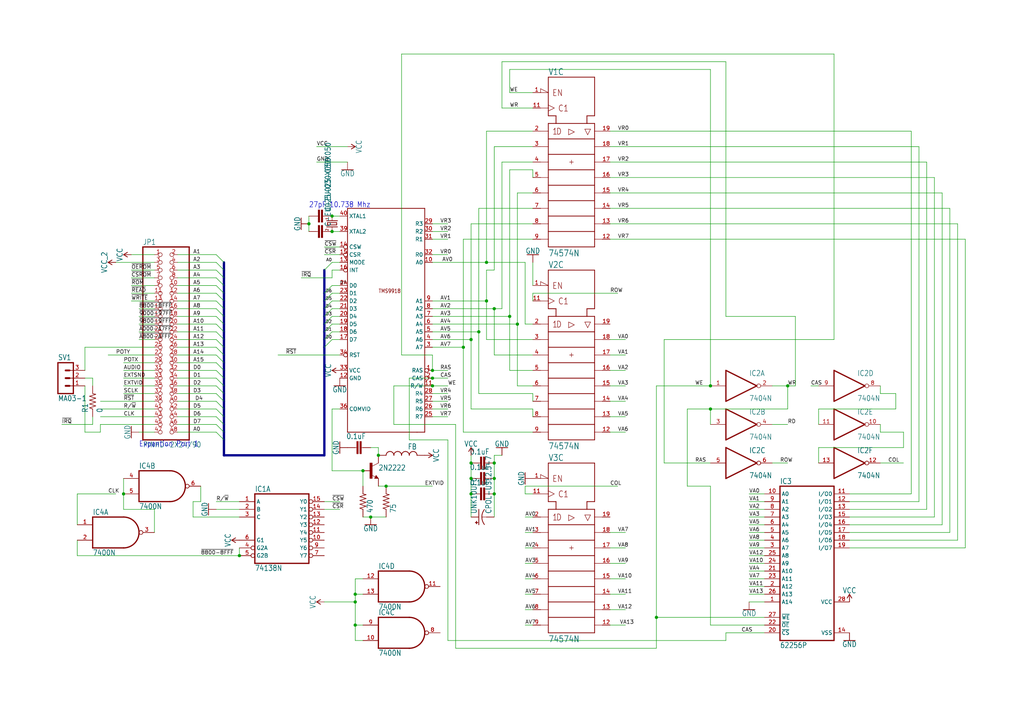
<source format=kicad_sch>
(kicad_sch (version 20231120) (generator "eeschema") (generator_version "8.0")
  (paper "User" 336.829 236.703)
  (junction (at 154.94 157.48))
  (junction (at 157.48 109.22))
  (junction (at 116.84 195.58))
  (junction (at 116.84 205.74))
  (junction (at 40.64 162.56))
  (junction (at 127 160.02))
  (junction (at 170.18 106.68))
  (junction (at 142.24 124.46))
  (junction (at 154.94 162.56))
  (junction (at 154.94 111.76))
  (junction (at 109.22 76.2))
  (junction (at 233.68 134.62))
  (junction (at 142.24 127))
  (junction (at 109.22 71.12))
  (junction (at 101.6 73.66))
  (junction (at 152.4 114.3))
  (junction (at 259.08 127))
  (junction (at 233.68 127))
  (junction (at 160.02 99.06))
  (junction (at 116.84 198.12))
  (junction (at 78.74 182.88))
  (junction (at 142.24 121.92))
  (junction (at 160.02 86.36))
  (junction (at 119.38 154.94))
  (junction (at 167.64 104.14))
  (junction (at 154.94 152.4))
  (junction (at 162.56 152.4))
  (junction (at 162.56 157.48))
  (junction (at 162.56 162.56))
  (junction (at 162.56 101.6))
  (junction (at 121.92 170.18))
  (junction (at 124.46 149.86))
  (junction (at 215.9 203.2))
  (bus_entry (at 71.12 101.6) (size 2.54 2.54))
  (bus_entry (at 109.22 104.14) (size -2.54 2.54))
  (bus_entry (at 109.22 111.76) (size -2.54 2.54))
  (bus_entry (at 71.12 83.82) (size 2.54 2.54))
  (bus_entry (at 71.12 129.54) (size 2.54 2.54))
  (bus_entry (at 109.22 101.6) (size -2.54 2.54))
  (bus_entry (at 71.12 88.9) (size 2.54 2.54))
  (bus_entry (at 71.12 96.52) (size 2.54 2.54))
  (bus_entry (at 109.22 93.98) (size -2.54 2.54))
  (bus_entry (at 71.12 86.36) (size 2.54 2.54))
  (bus_entry (at 71.12 139.7) (size 2.54 2.54))
  (bus_entry (at 71.12 134.62) (size 2.54 2.54))
  (bus_entry (at 71.12 121.92) (size 2.54 2.54))
  (bus_entry (at 71.12 137.16) (size 2.54 2.54))
  (bus_entry (at 71.12 124.46) (size 2.54 2.54))
  (bus_entry (at 71.12 127) (size 2.54 2.54))
  (bus_entry (at 109.22 86.36) (size -2.54 2.54))
  (bus_entry (at 71.12 93.98) (size 2.54 2.54))
  (bus_entry (at 109.22 96.52) (size -2.54 2.54))
  (bus_entry (at 71.12 119.38) (size 2.54 2.54))
  (bus_entry (at 71.12 111.76) (size 2.54 2.54))
  (bus_entry (at 71.12 142.24) (size 2.54 2.54))
  (bus_entry (at 71.12 104.14) (size 2.54 2.54))
  (bus_entry (at 109.22 99.06) (size -2.54 2.54))
  (bus_entry (at 71.12 91.44) (size 2.54 2.54))
  (bus_entry (at 71.12 99.06) (size 2.54 2.54))
  (bus_entry (at 71.12 109.22) (size 2.54 2.54))
  (bus_entry (at 71.12 106.68) (size 2.54 2.54))
  (bus_entry (at 71.12 132.08) (size 2.54 2.54))
  (bus_entry (at 71.12 116.84) (size 2.54 2.54))
  (bus_entry (at 109.22 109.22) (size -2.54 2.54))
  (bus_entry (at 109.22 106.68) (size -2.54 2.54))
  (bus_entry (at 71.12 114.3) (size 2.54 2.54))
  (wire (pts (xy 111.76 83.82) (xy 106.68 83.82)) (stroke (width 0.1524)))
  (wire (pts (xy 175.26 200.66) (xy 172.72 200.66)) (stroke (width 0.1524)))
  (wire (pts (xy 58.42 96.52) (xy 71.12 96.52)) (stroke (width 0.1524)))
  (bus (pts (xy 106.68 99.06) (xy 106.68 96.52)) (stroke (width 0.762)))
  (bus (pts (xy 73.66 106.68) (xy 73.66 104.14)) (stroke (width 0.762)))
  (wire (pts (xy 58.42 99.06) (xy 71.12 99.06)) (stroke (width 0.1524)))
  (wire (pts (xy 165.1 149.86) (xy 162.56 149.86)) (stroke (width 0.1524)))
  (wire (pts (xy 66.04 165.1) (xy 63.5 165.1)) (stroke (width 0.1524)))
  (wire (pts (xy 78.74 167.64) (xy 71.12 167.64)) (stroke (width 0.1524)))
  (wire (pts (xy 109.22 134.62) (xy 109.22 154.94)) (stroke (width 0.1524)))
  (wire (pts (xy 109.22 88.9) (xy 109.22 91.44)) (stroke (width 0.1524)))
  (wire (pts (xy 109.22 109.22) (xy 111.76 109.22)) (stroke (width 0.1524)))
  (wire (pts (xy 50.8 134.62) (xy 33.02 134.62)) (stroke (width 0.1524)))
  (wire (pts (xy 165.1 101.6) (xy 162.56 101.6)) (stroke (width 0.1524)))
  (bus (pts (xy 73.66 124.46) (xy 73.66 121.92)) (stroke (width 0.762)))
  (wire (pts (xy 251.46 195.58) (xy 246.38 195.58)) (stroke (width 0.1524)))
  (wire (pts (xy 27.94 121.92) (xy 27.94 114.3)) (stroke (width 0.1524)))
  (wire (pts (xy 200.66 132.08) (xy 205.74 132.08)) (stroke (width 0.1524)))
  (wire (pts (xy 162.56 152.4) (xy 162.56 157.48)) (stroke (width 0.1524)))
  (wire (pts (xy 109.22 106.68) (xy 111.76 106.68)) (stroke (width 0.1524)))
  (wire (pts (xy 200.66 111.76) (xy 205.74 111.76)) (stroke (width 0.1524)))
  (wire (pts (xy 162.56 157.48) (xy 162.56 162.56)) (stroke (width 0.1524)))
  (wire (pts (xy 175.26 63.5) (xy 170.18 63.5)) (stroke (width 0.1524)))
  (wire (pts (xy 200.66 190.5) (xy 205.74 190.5)) (stroke (width 0.1524)))
  (wire (pts (xy 299.72 162.56) (xy 299.72 58.42)) (stroke (width 0.1524)))
  (bus (pts (xy 73.66 104.14) (xy 73.66 101.6)) (stroke (width 0.762)))
  (wire (pts (xy 317.5 180.34) (xy 317.5 78.74)) (stroke (width 0.1524)))
  (wire (pts (xy 147.32 144.78) (xy 147.32 210.82)) (stroke (width 0.1524)))
  (wire (pts (xy 50.8 119.38) (xy 40.64 119.38)) (stroke (width 0.1524)))
  (wire (pts (xy 238.76 210.82) (xy 238.76 208.28)) (stroke (width 0.1524)))
  (wire (pts (xy 50.8 88.9) (xy 43.18 88.9)) (stroke (width 0.1524)))
  (wire (pts (xy 218.44 111.76) (xy 218.44 152.4)) (stroke (width 0.1524)))
  (wire (pts (xy 160.02 111.76) (xy 160.02 99.06)) (stroke (width 0.1524)))
  (wire (pts (xy 142.24 129.54) (xy 147.32 129.54)) (stroke (width 0.1524)))
  (wire (pts (xy 251.46 162.56) (xy 246.38 162.56)) (stroke (width 0.1524)))
  (wire (pts (xy 119.38 190.5) (xy 116.84 190.5)) (stroke (width 0.1524)))
  (wire (pts (xy 261.62 127) (xy 259.08 127)) (stroke (width 0.1524)))
  (wire (pts (xy 58.42 119.38) (xy 71.12 119.38)) (stroke (width 0.1524)))
  (bus (pts (xy 73.66 132.08) (xy 73.66 129.54)) (stroke (width 0.762)))
  (wire (pts (xy 233.68 160.02) (xy 226.06 160.02)) (stroke (width 0.1524)))
  (wire (pts (xy 251.46 185.42) (xy 246.38 185.42)) (stroke (width 0.1524)))
  (wire (pts (xy 58.42 132.08) (xy 71.12 132.08)) (stroke (width 0.1524)))
  (wire (pts (xy 104.14 48.26) (xy 114.3 48.26)) (stroke (width 0.1524)))
  (wire (pts (xy 111.76 88.9) (xy 109.22 88.9)) (stroke (width 0.1524)))
  (wire (pts (xy 142.24 132.08) (xy 147.32 132.08)) (stroke (width 0.1524)))
  (wire (pts (xy 78.74 170.18) (xy 63.5 170.18)) (stroke (width 0.1524)))
  (wire (pts (xy 200.66 185.42) (xy 205.74 185.42)) (stroke (width 0.1524)))
  (wire (pts (xy 106.68 165.1) (xy 111.76 165.1)) (stroke (width 0.1524)))
  (bus (pts (xy 73.66 119.38) (xy 73.66 116.84)) (stroke (width 0.762)))
  (wire (pts (xy 279.4 167.64) (xy 304.8 167.64)) (stroke (width 0.1524)))
  (wire (pts (xy 142.24 73.66) (xy 147.32 73.66)) (stroke (width 0.1524)))
  (wire (pts (xy 116.84 190.5) (xy 116.84 195.58)) (stroke (width 0.1524)))
  (wire (pts (xy 25.4 182.88) (xy 78.74 182.88)) (stroke (width 0.1524)))
  (wire (pts (xy 175.26 162.56) (xy 172.72 162.56)) (stroke (width 0.1524)))
  (wire (pts (xy 165.1 20.32) (xy 238.76 20.32)) (stroke (width 0.1524)))
  (wire (pts (xy 116.84 195.58) (xy 116.84 198.12)) (stroke (width 0.1524)))
  (wire (pts (xy 116.84 198.12) (xy 116.84 205.74)) (stroke (width 0.1524)))
  (wire (pts (xy 175.26 55.88) (xy 175.26 58.42)) (stroke (width 0.1524)))
  (wire (pts (xy 175.26 132.08) (xy 175.26 129.54)) (stroke (width 0.1524)))
  (wire (pts (xy 142.24 104.14) (xy 167.64 104.14)) (stroke (width 0.1524)))
  (wire (pts (xy 289.56 152.4) (xy 297.18 152.4)) (stroke (width 0.1524)))
  (wire (pts (xy 50.8 127) (xy 40.64 127)) (stroke (width 0.1524)))
  (wire (pts (xy 142.24 134.62) (xy 147.32 134.62)) (stroke (width 0.1524)))
  (bus (pts (xy 73.66 144.78) (xy 73.66 149.86)) (stroke (width 0.762)))
  (wire (pts (xy 251.46 198.12) (xy 246.38 198.12)) (stroke (width 0.1524)))
  (wire (pts (xy 142.24 78.74) (xy 147.32 78.74)) (stroke (width 0.1524)))
  (wire (pts (xy 175.26 53.34) (xy 165.1 53.34)) (stroke (width 0.1524)))
  (wire (pts (xy 45.72 142.24) (xy 50.8 142.24)) (stroke (width 0.1524)))
  (wire (pts (xy 215.9 213.36) (xy 149.86 213.36)) (stroke (width 0.1524)))
  (wire (pts (xy 157.48 109.22) (xy 157.48 68.58)) (stroke (width 0.1524)))
  (wire (pts (xy 165.1 53.34) (xy 165.1 101.6)) (stroke (width 0.1524)))
  (wire (pts (xy 251.46 182.88) (xy 246.38 182.88)) (stroke (width 0.1524)))
  (bus (pts (xy 106.68 111.76) (xy 106.68 109.22)) (stroke (width 0.762)))
  (wire (pts (xy 175.26 134.62) (xy 154.94 134.62)) (stroke (width 0.1524)))
  (wire (pts (xy 58.42 104.14) (xy 71.12 104.14)) (stroke (width 0.1524)))
  (wire (pts (xy 142.24 121.92) (xy 147.32 121.92)) (stroke (width 0.1524)))
  (wire (pts (xy 142.24 127) (xy 147.32 127)) (stroke (width 0.1524)))
  (wire (pts (xy 142.24 116.84) (xy 132.08 116.84)) (stroke (width 0.1524)))
  (wire (pts (xy 279.4 170.18) (xy 307.34 170.18)) (stroke (width 0.1524)))
  (bus (pts (xy 73.66 139.7) (xy 73.66 137.16)) (stroke (width 0.762)))
  (wire (pts (xy 111.76 81.28) (xy 106.68 81.28)) (stroke (width 0.1524)))
  (wire (pts (xy 251.46 190.5) (xy 246.38 190.5)) (stroke (width 0.1524)))
  (wire (pts (xy 33.02 139.7) (xy 33.02 142.24)) (stroke (width 0.1524)))
  (wire (pts (xy 129.54 127) (xy 142.24 127)) (stroke (width 0.1524)))
  (wire (pts (xy 170.18 63.5) (xy 170.18 106.68)) (stroke (width 0.1524)))
  (wire (pts (xy 40.64 162.56) (xy 40.64 157.48)) (stroke (width 0.1524)))
  (wire (pts (xy 251.46 203.2) (xy 215.9 203.2)) (stroke (width 0.1524)))
  (wire (pts (xy 45.72 111.76) (xy 50.8 111.76)) (stroke (width 0.1524)))
  (wire (pts (xy 172.72 106.68) (xy 172.72 86.36)) (stroke (width 0.1524)))
  (wire (pts (xy 154.94 157.48) (xy 154.94 162.56)) (stroke (width 0.1524)))
  (wire (pts (xy 175.26 195.58) (xy 172.72 195.58)) (stroke (width 0.1524)))
  (wire (pts (xy 172.72 162.56) (xy 172.72 160.02)) (stroke (width 0.1524)))
  (wire (pts (xy 162.56 116.84) (xy 162.56 101.6)) (stroke (width 0.1524)))
  (wire (pts (xy 111.76 116.84) (xy 91.44 116.84)) (stroke (width 0.1524)))
  (wire (pts (xy 50.8 106.68) (xy 45.72 106.68)) (stroke (width 0.1524)))
  (wire (pts (xy 152.4 78.74) (xy 175.26 78.74)) (stroke (width 0.1524)))
  (wire (pts (xy 274.32 111.76) (xy 218.44 111.76)) (stroke (width 0.1524)))
  (bus (pts (xy 73.66 149.86) (xy 106.68 149.86)) (stroke (width 0.762)))
  (wire (pts (xy 297.18 142.24) (xy 297.18 147.32)) (stroke (width 0.1524)))
  (wire (pts (xy 78.74 180.34) (xy 78.74 182.88)) (stroke (width 0.1524)))
  (wire (pts (xy 58.42 116.84) (xy 71.12 116.84)) (stroke (width 0.1524)))
  (wire (pts (xy 175.26 73.66) (xy 154.94 73.66)) (stroke (width 0.1524)))
  (wire (pts (xy 251.46 205.74) (xy 233.68 205.74)) (stroke (width 0.1524)))
  (wire (pts (xy 111.76 93.98) (xy 109.22 93.98)) (stroke (width 0.1524)))
  (wire (pts (xy 101.6 71.12) (xy 101.6 73.66)) (stroke (width 0.1524)))
  (bus (pts (xy 106.68 101.6) (xy 106.68 99.06)) (stroke (width 0.762)))
  (wire (pts (xy 307.34 58.42) (xy 307.34 170.18)) (stroke (width 0.1524)))
  (wire (pts (xy 200.66 121.92) (xy 205.74 121.92)) (stroke (width 0.1524)))
  (wire (pts (xy 154.94 152.4) (xy 154.94 157.48)) (stroke (width 0.1524)))
  (wire (pts (xy 50.8 109.22) (xy 45.72 109.22)) (stroke (width 0.1524)))
  (wire (pts (xy 175.26 205.74) (xy 172.72 205.74)) (stroke (width 0.1524)))
  (wire (pts (xy 66.04 160.02) (xy 66.04 165.1)) (stroke (width 0.1524)))
  (wire (pts (xy 50.8 101.6) (xy 45.72 101.6)) (stroke (width 0.1524)))
  (wire (pts (xy 269.24 134.62) (xy 269.24 139.7)) (stroke (width 0.1524)))
  (wire (pts (xy 50.8 132.08) (xy 33.02 132.08)) (stroke (width 0.1524)))
  (bus (pts (xy 73.66 96.52) (xy 73.66 93.98)) (stroke (width 0.762)))
  (wire (pts (xy 154.94 73.66) (xy 154.94 111.76)) (stroke (width 0.1524)))
  (wire (pts (xy 167.64 104.14) (xy 167.64 55.88)) (stroke (width 0.1524)))
  (wire (pts (xy 309.88 172.72) (xy 309.88 63.5)) (stroke (width 0.1524)))
  (wire (pts (xy 58.42 101.6) (xy 71.12 101.6)) (stroke (width 0.1524)))
  (wire (pts (xy 50.8 93.98) (xy 43.18 93.98)) (stroke (width 0.1524)))
  (wire (pts (xy 121.92 170.18) (xy 127 170.18)) (stroke (width 0.1524)))
  (wire (pts (xy 109.22 104.14) (xy 111.76 104.14)) (stroke (width 0.1524)))
  (wire (pts (xy 279.4 177.8) (xy 314.96 177.8)) (stroke (width 0.1524)))
  (bus (pts (xy 73.66 116.84) (xy 73.66 114.3)) (stroke (width 0.762)))
  (wire (pts (xy 142.24 109.22) (xy 157.48 109.22)) (stroke (width 0.1524)))
  (wire (pts (xy 162.56 48.26) (xy 175.26 48.26)) (stroke (width 0.1524)))
  (wire (pts (xy 50.8 104.14) (xy 45.72 104.14)) (stroke (width 0.1524)))
  (wire (pts (xy 254 139.7) (xy 259.08 139.7)) (stroke (width 0.1524)))
  (wire (pts (xy 58.42 91.44) (xy 71.12 91.44)) (stroke (width 0.1524)))
  (wire (pts (xy 142.24 99.06) (xy 160.02 99.06)) (stroke (width 0.1524)))
  (bus (pts (xy 73.66 121.92) (xy 73.66 119.38)) (stroke (width 0.762)))
  (wire (pts (xy 160.02 88.9) (xy 162.56 88.9)) (stroke (width 0.1524)))
  (bus (pts (xy 106.68 149.86) (xy 106.68 114.3)) (stroke (width 0.762)))
  (wire (pts (xy 132.08 17.78) (xy 274.32 17.78)) (stroke (width 0.1524)))
  (wire (pts (xy 109.22 101.6) (xy 111.76 101.6)) (stroke (width 0.1524)))
  (wire (pts (xy 200.66 205.74) (xy 205.74 205.74)) (stroke (width 0.1524)))
  (wire (pts (xy 200.66 137.16) (xy 205.74 137.16)) (stroke (width 0.1524)))
  (wire (pts (xy 119.38 170.18) (xy 121.92 170.18)) (stroke (width 0.1524)))
  (wire (pts (xy 149.86 139.7) (xy 129.54 139.7)) (stroke (width 0.1524)))
  (wire (pts (xy 152.4 142.24) (xy 152.4 114.3)) (stroke (width 0.1524)))
  (wire (pts (xy 142.24 124.46) (xy 147.32 124.46)) (stroke (width 0.1524)))
  (wire (pts (xy 175.26 111.76) (xy 160.02 111.76)) (stroke (width 0.1524)))
  (wire (pts (xy 167.64 55.88) (xy 175.26 55.88)) (stroke (width 0.1524)))
  (wire (pts (xy 269.24 147.32) (xy 269.24 152.4)) (stroke (width 0.1524)))
  (wire (pts (xy 175.26 170.18) (xy 172.72 170.18)) (stroke (width 0.1524)))
  (wire (pts (xy 259.08 134.62) (xy 233.68 134.62)) (stroke (width 0.1524)))
  (wire (pts (xy 167.64 30.48) (xy 167.64 22.86)) (stroke (width 0.1524)))
  (wire (pts (xy 27.94 114.3) (xy 50.8 114.3)) (stroke (width 0.1524)))
  (wire (pts (xy 162.56 88.9) (xy 162.56 48.26)) (stroke (width 0.1524)))
  (bus (pts (xy 73.66 99.06) (xy 73.66 96.52)) (stroke (width 0.762)))
  (wire (pts (xy 215.9 203.2) (xy 215.9 127)) (stroke (width 0.1524)))
  (wire (pts (xy 172.72 86.36) (xy 160.02 86.36)) (stroke (width 0.1524)))
  (wire (pts (xy 162.56 101.6) (xy 142.24 101.6)) (stroke (width 0.1524)))
  (wire (pts (xy 200.66 116.84) (xy 205.74 116.84)) (stroke (width 0.1524)))
  (wire (pts (xy 30.48 137.16) (xy 30.48 139.7)) (stroke (width 0.1524)))
  (wire (pts (xy 200.66 63.5) (xy 309.88 63.5)) (stroke (width 0.1524)))
  (wire (pts (xy 294.64 129.54) (xy 294.64 134.62)) (stroke (width 0.1524)))
  (wire (pts (xy 121.92 147.32) (xy 124.46 147.32)) (stroke (width 0.1524)))
  (bus (pts (xy 73.66 93.98) (xy 73.66 91.44)) (stroke (width 0.762)))
  (wire (pts (xy 175.26 30.48) (xy 167.64 30.48)) (stroke (width 0.1524)))
  (wire (pts (xy 152.4 114.3) (xy 152.4 78.74)) (stroke (width 0.1524)))
  (wire (pts (xy 58.42 109.22) (xy 71.12 109.22)) (stroke (width 0.1524)))
  (wire (pts (xy 279.4 175.26) (xy 312.42 175.26)) (stroke (width 0.1524)))
  (wire (pts (xy 20.32 139.7) (xy 30.48 139.7)) (stroke (width 0.1524)))
  (wire (pts (xy 58.42 134.62) (xy 71.12 134.62)) (stroke (width 0.1524)))
  (wire (pts (xy 58.42 139.7) (xy 71.12 139.7)) (stroke (width 0.1524)))
  (wire (pts (xy 200.66 175.26) (xy 205.74 175.26)) (stroke (width 0.1524)))
  (wire (pts (xy 215.9 203.2) (xy 215.9 213.36)) (stroke (width 0.1524)))
  (wire (pts (xy 175.26 142.24) (xy 152.4 142.24)) (stroke (width 0.1524)))
  (wire (pts (xy 116.84 205.74) (xy 116.84 210.82)) (stroke (width 0.1524)))
  (wire (pts (xy 302.26 48.26) (xy 302.26 165.1)) (stroke (width 0.1524)))
  (wire (pts (xy 63.5 165.1) (xy 63.5 170.18)) (stroke (width 0.1524)))
  (wire (pts (xy 154.94 149.86) (xy 154.94 152.4)) (stroke (width 0.1524)))
  (wire (pts (xy 50.8 99.06) (xy 43.18 99.06)) (stroke (width 0.1524)))
  (wire (pts (xy 50.8 96.52) (xy 43.18 96.52)) (stroke (width 0.1524)))
  (wire (pts (xy 175.26 106.68) (xy 172.72 106.68)) (stroke (width 0.1524)))
  (wire (pts (xy 170.18 127) (xy 175.26 127)) (stroke (width 0.1524)))
  (wire (pts (xy 200.66 58.42) (xy 307.34 58.42)) (stroke (width 0.1524)))
  (bus (pts (xy 73.66 101.6) (xy 73.66 99.06)) (stroke (width 0.762)))
  (wire (pts (xy 30.48 127) (xy 30.48 124.46)) (stroke (width 0.1524)))
  (wire (pts (xy 58.42 86.36) (xy 71.12 86.36)) (stroke (width 0.1524)))
  (wire (pts (xy 132.08 116.84) (xy 132.08 17.78)) (stroke (width 0.1524)))
  (wire (pts (xy 175.26 99.06) (xy 175.26 96.52)) (stroke (width 0.1524)))
  (wire (pts (xy 175.26 121.92) (xy 167.64 121.92)) (stroke (width 0.1524)))
  (wire (pts (xy 58.42 129.54) (xy 71.12 129.54)) (stroke (width 0.1524)))
  (wire (pts (xy 238.76 104.14) (xy 261.62 104.14)) (stroke (width 0.1524)))
  (wire (pts (xy 200.66 68.58) (xy 312.42 68.58)) (stroke (width 0.1524)))
  (wire (pts (xy 149.86 213.36) (xy 149.86 139.7)) (stroke (width 0.1524)))
  (wire (pts (xy 129.54 139.7) (xy 129.54 127)) (stroke (width 0.1524)))
  (wire (pts (xy 25.4 172.72) (xy 25.4 162.56)) (stroke (width 0.1524)))
  (wire (pts (xy 251.46 172.72) (xy 246.38 172.72)) (stroke (width 0.1524)))
  (wire (pts (xy 251.46 165.1) (xy 246.38 165.1)) (stroke (width 0.1524)))
  (wire (pts (xy 233.68 134.62) (xy 233.68 139.7)) (stroke (width 0.1524)))
  (wire (pts (xy 35.56 116.84) (xy 50.8 116.84)) (stroke (width 0.1524)))
  (wire (pts (xy 50.8 124.46) (xy 40.64 124.46)) (stroke (width 0.1524)))
  (wire (pts (xy 58.42 137.16) (xy 71.12 137.16)) (stroke (width 0.1524)))
  (wire (pts (xy 297.18 147.32) (xy 269.24 147.32)) (stroke (width 0.1524)))
  (wire (pts (xy 175.26 116.84) (xy 162.56 116.84)) (stroke (width 0.1524)))
  (wire (pts (xy 251.46 187.96) (xy 246.38 187.96)) (stroke (width 0.1524)))
  (wire (pts (xy 304.8 167.64) (xy 304.8 53.34)) (stroke (width 0.1524)))
  (wire (pts (xy 175.26 190.5) (xy 172.72 190.5)) (stroke (width 0.1524)))
  (wire (pts (xy 312.42 175.26) (xy 312.42 68.58)) (stroke (width 0.1524)))
  (wire (pts (xy 109.22 154.94) (xy 119.38 154.94)) (stroke (width 0.1524)))
  (wire (pts (xy 175.26 137.16) (xy 175.26 134.62)) (stroke (width 0.1524)))
  (bus (pts (xy 73.66 134.62) (xy 73.66 132.08)) (stroke (width 0.762)))
  (wire (pts (xy 200.66 73.66) (xy 314.96 73.66)) (stroke (width 0.1524)))
  (wire (pts (xy 25.4 162.56) (xy 38.1 162.56)) (stroke (width 0.1524)))
  (wire (pts (xy 238.76 20.32) (xy 238.76 104.14)) (stroke (width 0.1524)))
  (wire (pts (xy 101.6 73.66) (xy 101.6 76.2)) (stroke (width 0.1524)))
  (wire (pts (xy 142.24 137.16) (xy 147.32 137.16)) (stroke (width 0.1524)))
  (wire (pts (xy 200.66 127) (xy 205.74 127)) (stroke (width 0.1524)))
  (wire (pts (xy 30.48 124.46) (xy 27.94 124.46)) (stroke (width 0.1524)))
  (wire (pts (xy 251.46 193.04) (xy 246.38 193.04)) (stroke (width 0.1524)))
  (bus (pts (xy 73.66 127) (xy 73.66 124.46)) (stroke (width 0.762)))
  (wire (pts (xy 50.8 91.44) (xy 43.18 91.44)) (stroke (width 0.1524)))
  (wire (pts (xy 304.8 53.34) (xy 200.66 53.34)) (stroke (width 0.1524)))
  (wire (pts (xy 142.24 86.36) (xy 160.02 86.36)) (stroke (width 0.1524)))
  (wire (pts (xy 111.76 71.12) (xy 109.22 71.12)) (stroke (width 0.1524)))
  (wire (pts (xy 175.26 35.56) (xy 165.1 35.56)) (stroke (width 0.1524)))
  (wire (pts (xy 33.02 139.7) (xy 50.8 139.7)) (stroke (width 0.1524)))
  (wire (pts (xy 33.02 137.16) (xy 50.8 137.16)) (stroke (width 0.1524)))
  (wire (pts (xy 233.68 22.86) (xy 233.68 127)) (stroke (width 0.1524)))
  (wire (pts (xy 111.76 76.2) (xy 109.22 76.2)) (stroke (width 0.1524)))
  (wire (pts (xy 251.46 177.8) (xy 246.38 177.8)) (stroke (width 0.1524)))
  (bus (pts (xy 106.68 106.68) (xy 106.68 104.14)) (stroke (width 0.762)))
  (wire (pts (xy 251.46 208.28) (xy 238.76 208.28)) (stroke (width 0.1524)))
  (wire (pts (xy 109.22 96.52) (xy 111.76 96.52)) (stroke (width 0.1524)))
  (wire (pts (xy 165.1 35.56) (xy 165.1 20.32)) (stroke (width 0.1524)))
  (wire (pts (xy 251.46 175.26) (xy 246.38 175.26)) (stroke (width 0.1524)))
  (wire (pts (xy 109.22 111.76) (xy 111.76 111.76)) (stroke (width 0.1524)))
  (wire (pts (xy 279.4 172.72) (xy 309.88 172.72)) (stroke (width 0.1524)))
  (wire (pts (xy 157.48 68.58) (xy 175.26 68.58)) (stroke (width 0.1524)))
  (wire (pts (xy 289.56 129.54) (xy 294.64 129.54)) (stroke (width 0.1524)))
  (wire (pts (xy 261.62 104.14) (xy 261.62 127)) (stroke (width 0.1524)))
  (wire (pts (xy 106.68 167.64) (xy 111.76 167.64)) (stroke (width 0.1524)))
  (wire (pts (xy 160.02 86.36) (xy 160.02 43.18)) (stroke (width 0.1524)))
  (wire (pts (xy 58.42 124.46) (xy 71.12 124.46)) (stroke (width 0.1524)))
  (wire (pts (xy 58.42 111.76) (xy 71.12 111.76)) (stroke (width 0.1524)))
  (wire (pts (xy 154.94 162.56) (xy 154.94 170.18)) (stroke (width 0.1524)))
  (wire (pts (xy 294.64 134.62) (xy 269.24 134.62)) (stroke (width 0.1524)))
  (wire (pts (xy 279.4 180.34) (xy 317.5 180.34)) (stroke (width 0.1524)))
  (wire (pts (xy 40.64 167.64) (xy 50.8 167.64)) (stroke (width 0.1524)))
  (wire (pts (xy 226.06 134.62) (xy 233.68 134.62)) (stroke (width 0.1524)))
  (wire (pts (xy 106.68 198.12) (xy 116.84 198.12)) (stroke (width 0.1524)))
  (wire (pts (xy 142.24 124.46) (xy 134.62 124.46)) (stroke (width 0.1524)))
  (wire (pts (xy 200.66 200.66) (xy 205.74 200.66)) (stroke (width 0.1524)))
  (wire (pts (xy 58.42 142.24) (xy 71.12 142.24)) (stroke (width 0.1524)))
  (wire (pts (xy 200.66 43.18) (xy 299.72 43.18)) (stroke (width 0.1524)))
  (wire (pts (xy 58.42 88.9) (xy 71.12 88.9)) (stroke (width 0.1524)))
  (wire (pts (xy 172.72 160.02) (xy 203.2 160.02)) (stroke (width 0.1524)))
  (wire (pts (xy 58.42 121.92) (xy 71.12 121.92)) (stroke (width 0.1524)))
  (wire (pts (xy 251.46 167.64) (xy 246.38 167.64)) (stroke (width 0.1524)))
  (bus (pts (xy 73.66 142.24) (xy 73.66 139.7)) (stroke (width 0.762)))
  (wire (pts (xy 50.8 167.64) (xy 50.8 175.26)) (stroke (width 0.1524)))
  (wire (pts (xy 200.66 48.26) (xy 302.26 48.26)) (stroke (width 0.1524)))
  (wire (pts (xy 154.94 134.62) (xy 154.94 111.76)) (stroke (width 0.1524)))
  (wire (pts (xy 175.26 180.34) (xy 172.72 180.34)) (stroke (width 0.1524)))
  (wire (pts (xy 147.32 210.82) (xy 238.76 210.82)) (stroke (width 0.1524)))
  (wire (pts (xy 251.46 170.18) (xy 246.38 170.18)) (stroke (width 0.1524)))
  (wire (pts (xy 142.24 76.2) (xy 147.32 76.2)) (stroke (width 0.1524)))
  (wire (pts (xy 170.18 106.68) (xy 142.24 106.68)) (stroke (width 0.1524)))
  (wire (pts (xy 251.46 180.34) (xy 246.38 180.34)) (stroke (width 0.1524)))
  (wire (pts (xy 175.26 86.36) (xy 175.26 93.98)) (stroke (width 0.1524)))
  (wire (pts (xy 142.24 114.3) (xy 152.4 114.3)) (stroke (width 0.1524)))
  (wire (pts (xy 254 152.4) (xy 259.08 152.4)) (stroke (width 0.1524)))
  (bus (pts (xy 73.66 114.3) (xy 73.66 111.76)) (stroke (width 0.762)))
  (wire (pts (xy 50.8 121.92) (xy 40.64 121.92)) (stroke (width 0.1524)))
  (wire (pts (xy 109.22 86.36) (xy 111.76 86.36)) (stroke (width 0.1524)))
  (wire (pts (xy 226.06 160.02) (xy 226.06 134.62)) (stroke (width 0.1524)))
  (wire (pts (xy 27.94 142.24) (xy 27.94 127)) (stroke (width 0.1524)))
  (wire (pts (xy 154.94 111.76) (xy 142.24 111.76)) (stroke (width 0.1524)))
  (wire (pts (xy 200.66 142.24) (xy 205.74 142.24)) (stroke (width 0.1524)))
  (wire (pts (xy 116.84 205.74) (xy 119.38 205.74)) (stroke (width 0.1524)))
  (wire (pts (xy 124.46 147.32) (xy 124.46 149.86)) (stroke (width 0.1524)))
  (wire (pts (xy 50.8 129.54) (xy 40.64 129.54)) (stroke (width 0.1524)))
  (bus (pts (xy 73.66 129.54) (xy 73.66 127)) (stroke (width 0.762)))
  (wire (pts (xy 58.42 114.3) (xy 71.12 114.3)) (stroke (width 0.1524)))
  (wire (pts (xy 111.76 134.62) (xy 109.22 134.62)) (stroke (width 0.1524)))
  (wire (pts (xy 127 160.02) (xy 142.24 160.02)) (stroke (width 0.1524)))
  (wire (pts (xy 175.26 96.52) (xy 203.2 96.52)) (stroke (width 0.1524)))
  (wire (pts (xy 142.24 121.92) (xy 142.24 116.84)) (stroke (width 0.1524)))
  (wire (pts (xy 200.66 78.74) (xy 317.5 78.74)) (stroke (width 0.1524)))
  (wire (pts (xy 254 127) (xy 259.08 127)) (stroke (width 0.1524)))
  (wire (pts (xy 175.26 185.42) (xy 172.72 185.42)) (stroke (width 0.1524)))
  (wire (pts (xy 50.8 86.36) (xy 38.1 86.36)) (stroke (width 0.1524)))
  (wire (pts (xy 119.38 154.94) (xy 119.38 160.02)) (stroke (width 0.1524)))
  (wire (pts (xy 160.02 88.9) (xy 160.02 99.06)) (stroke (width 0.1524)))
  (bus (pts (xy 106.68 109.22) (xy 106.68 106.68)) (stroke (width 0.762)))
  (bus (pts (xy 106.68 96.52) (xy 106.68 88.9)) (stroke (width 0.762)))
  (wire (pts (xy 218.44 152.4) (xy 233.68 152.4)) (stroke (width 0.1524)))
  (bus (pts (xy 73.66 144.78) (xy 73.66 142.24)) (stroke (width 0.762)))
  (wire (pts (xy 109.22 91.44) (xy 99.06 91.44)) (stroke (width 0.1524)))
  (wire (pts (xy 142.24 83.82) (xy 147.32 83.82)) (stroke (width 0.1524)))
  (wire (pts (xy 279.4 162.56) (xy 299.72 162.56)) (stroke (width 0.1524)))
  (bus (pts (xy 73.66 109.22) (xy 73.66 106.68)) (stroke (width 0.762)))
  (wire (pts (xy 116.84 195.58) (xy 119.38 195.58)) (stroke (width 0.1524)))
  (wire (pts (xy 302.26 165.1) (xy 279.4 165.1)) (stroke (width 0.1524)))
  (wire (pts (xy 40.64 162.56) (xy 40.64 167.64)) (stroke (width 0.1524)))
  (wire (pts (xy 233.68 205.74) (xy 233.68 160.02)) (stroke (width 0.1524)))
  (wire (pts (xy 116.84 210.82) (xy 119.38 210.82)) (stroke (width 0.1524)))
  (wire (pts (xy 50.8 83.82) (xy 43.18 83.82)) (stroke (width 0.1524)))
  (wire (pts (xy 134.62 144.78) (xy 147.32 144.78)) (stroke (width 0.1524)))
  (bus (pts (xy 73.66 137.16) (xy 73.66 134.62)) (stroke (width 0.762)))
  (wire (pts (xy 289.56 139.7) (xy 289.56 142.24)) (stroke (width 0.1524)))
  (wire (pts (xy 167.64 121.92) (xy 167.64 104.14)) (stroke (width 0.1524)))
  (wire (pts (xy 274.32 17.78) (xy 274.32 111.76)) (stroke (width 0.1524)))
  (bus (pts (xy 106.68 114.3) (xy 106.68 111.76)) (stroke (width 0.762)))
  (wire (pts (xy 175.26 175.26) (xy 172.72 175.26)) (stroke (width 0.1524)))
  (wire (pts (xy 58.42 93.98) (xy 71.12 93.98)) (stroke (width 0.1524)))
  (wire (pts (xy 170.18 127) (xy 170.18 106.68)) (stroke (width 0.1524)))
  (bus (pts (xy 73.66 111.76) (xy 73.66 109.22)) (stroke (width 0.762)))
  (bus (pts (xy 73.66 88.9) (xy 73.66 86.36)) (stroke (width 0.762)))
  (wire (pts (xy 269.24 127) (xy 266.7 127)) (stroke (width 0.1524)))
  (wire (pts (xy 33.02 142.24) (xy 27.94 142.24)) (stroke (width 0.1524)))
  (wire (pts (xy 157.48 129.54) (xy 157.48 109.22)) (stroke (width 0.1524)))
  (wire (pts (xy 109.22 99.06) (xy 111.76 99.06)) (stroke (width 0.1524)))
  (wire (pts (xy 25.4 177.8) (xy 25.4 182.88)) (stroke (width 0.1524)))
  (wire (pts (xy 58.42 127) (xy 71.12 127)) (stroke (width 0.1524)))
  (wire (pts (xy 58.42 83.82) (xy 71.12 83.82)) (stroke (width 0.1524)))
  (wire (pts (xy 314.96 177.8) (xy 314.96 73.66)) (stroke (width 0.1524)))
  (wire (pts (xy 299.72 58.42) (xy 299.72 43.18)) (stroke (width 0.1524)))
  (wire (pts (xy 134.62 124.46) (xy 134.62 144.78)) (stroke (width 0.1524)))
  (bus (pts (xy 73.66 91.44) (xy 73.66 88.9)) (stroke (width 0.762)))
  (wire (pts (xy 175.26 129.54) (xy 157.48 129.54)) (stroke (width 0.1524)))
  (wire (pts (xy 78.74 165.1) (xy 71.12 165.1)) (stroke (width 0.1524)))
  (wire (pts (xy 162.56 170.18) (xy 162.56 162.56)) (stroke (width 0.1524)))
  (wire (pts (xy 167.64 22.86) (xy 233.68 22.86)) (stroke (width 0.1524)))
  (wire (pts (xy 289.56 142.24) (xy 297.18 142.24)) (stroke (width 0.1524)))
  (wire (pts (xy 104.14 53.34) (xy 114.3 53.34)) (stroke (width 0.1524)))
  (wire (pts (xy 160.02 43.18) (xy 175.26 43.18)) (stroke (width 0.1524)))
  (wire (pts (xy 162.56 149.86) (xy 162.56 152.4)) (stroke (width 0.1524)))
  (wire (pts (xy 259.08 127) (xy 259.08 134.62)) (stroke (width 0.1524)))
  (wire (pts (xy 200.66 195.58) (xy 205.74 195.58)) (stroke (width 0.1524)))
  (bus (pts (xy 106.68 104.14) (xy 106.68 101.6)) (stroke (width 0.762)))
  (wire (pts (xy 215.9 127) (xy 233.68 127)) (stroke (width 0.1524)))
  (wire (pts (xy 289.56 127) (xy 289.56 129.54)) (stroke (width 0.1524)))
  (wire (pts (xy 127 160.02) (xy 124.46 160.02)) (stroke (width 0.1524)))
  (wire (pts (xy 58.42 106.68) (xy 71.12 106.68)) (stroke (width 0.1524)))
  (wire (pts (xy 200.66 180.34) (xy 205.74 180.34)) (stroke (width 0.1524)))
  (text "27pF 10.738 Mhz" (at 101.6 68.58 0) (effects (font (size 1.778 1.5113)) (justify left bottom)))
  (text "Expantion Port 1" (at 45.72 147.32 0) (effects (font (size 1.778 1.5113)) (justify left bottom)))
  (label "CLK" (at 40.64 137.16 0) (effects (font (size 1.2446 1.2446))))
  (label "EXTSND" (at 40.64 124.46 0) (effects (font (size 1.2446 1.2446))))
  (label "VA0" (at 246.38 162.56 0) (effects (font (size 1.2446 1.2446))))
  (label "~{CSW}" (at 106.68 81.28 0) (effects (font (size 1.2446 1.2446))))
  (label "VA11" (at 203.2 195.58 0) (effects (font (size 1.2446 1.2446))))
  (label "VA4" (at 203.2 132.08 0) (effects (font (size 1.2446 1.2446))))
  (label "VCC" (at 104.14 48.26 0) (effects (font (size 1.2446 1.2446))))
  (label "AV3" (at 172.72 185.42 0) (effects (font (size 1.2446 1.2446))))
  (label "~{ROM}" (at 43.18 93.98 0) (effects (font (size 1.2446 1.2446))))
  (label "VA5" (at 203.2 137.16 0) (effects (font (size 1.2446 1.2446))))
  (label "AUDIO" (at 40.64 121.92 0) (effects (font (size 1.2446 1.2446))))
  (label "D1" (at 63.5 124.46 0) (effects (font (size 1.2446 1.2446))))
  (label "VA7" (at 203.2 175.26 0) (effects (font (size 1.2446 1.2446))))
  (label "RAS" (at 228.6 152.4 0) (effects (font (size 1.2446 1.2446))))
  (label "VR7" (at 144.78 137.16 0) (effects (font (size 1.2446 1.2446))))
  (label "A13" (at 63.5 114.3 0) (effects (font (size 1.2446 1.2446))))
  (label "VA9" (at 246.38 180.34 0) (effects (font (size 1.2446 1.2446))))
  (label "D3" (at 63.5 129.54 0) (effects (font (size 1.2446 1.2446))))
  (label "A9" (at 63.5 104.14 0) (effects (font (size 1.2446 1.2446))))
  (label "VR6" (at 144.78 134.62 0) (effects (font (size 1.2446 1.2446))))
  (label "D0" (at 109.22 111.76 180) (effects (font (size 1.016 1.016))))
  (label "EXTVID" (at 40.64 127 0) (effects (font (size 1.2446 1.2446))))
  (label "A7" (at 63.5 99.06 0) (effects (font (size 1.2446 1.2446))))
  (label "~{IRQ}" (at 99.06 91.44 0) (effects (font (size 1.2446 1.2446))))
  (label "~{8800-8FFF}" (at 45.72 101.6 0) (effects (font (size 1.2446 1.2446))))
  (label "~{RST}" (at 40.64 132.08 0) (effects (font (size 1.2446 1.2446))))
  (label "~{9800-9FFF}" (at 45.72 106.68 0) (effects (font (size 1.2446 1.2446))))
  (label "~{8800-8FFF}" (at 66.04 182.88 0) (effects (font (size 1.2446 1.2446))))
  (label "~{IRQ}" (at 20.32 139.7 0) (effects (font (size 1.2446 1.2446))))
  (label "VA2" (at 203.2 121.92 0) (effects (font (size 1.2446 1.2446))))
  (label "WR" (at 259.08 127 0) (effects (font (size 1.2446 1.2446))))
  (label "VA3" (at 203.2 127 0) (effects (font (size 1.2446 1.2446))))
  (label "VR0" (at 144.78 83.82 0) (effects (font (size 1.2446 1.2446))))
  (label "VA6" (at 246.38 175.26 0) (effects (font (size 1.2446 1.2446))))
  (label "SCLK" (at 40.64 129.54 0) (effects (font (size 1.2446 1.2446))))
  (label "AV1" (at 144.78 99.06 0) (effects (font (size 1.2446 1.2446))))
  (label "D1" (at 109.22 109.22 180) (effects (font (size 1.016 1.016))))
  (label "VR0" (at 203.2 43.18 0) (effects (font (size 1.2446 1.2446))))
  (label "GND" (at 104.14 53.34 0) (effects (font (size 1.2446 1.2446))))
  (label "VA1" (at 246.38 165.1 0) (effects (font (size 1.2446 1.2446))))
  (label "AV5" (at 172.72 195.58 0) (effects (font (size 1.2446 1.2446))))
  (label "VR6" (at 203.2 73.66 0) (effects (font (size 1.2446 1.2446))))
  (label "WE" (at 147.32 127 0) (effects (font (size 1.2446 1.2446))))
  (label "A0" (at 63.5 142.24 0) (effects (font (size 1.2446 1.2446))))
  (label "COL" (at 200.66 160.02 0) (effects (font (size 1.2446 1.2446))))
  (label "~{A800-AFFF}" (at 45.72 111.76 0) (effects (font (size 1.2446 1.2446))))
  (label "VR3" (at 144.78 73.66 0) (effects (font (size 1.2446 1.2446))))
  (label "CAS" (at 144.78 124.46 0) (effects (font (size 1.2446 1.2446))))
  (label "AV0" (at 172.72 170.18 0) (effects (font (size 1.2446 1.2446))))
  (label "VR2" (at 144.78 76.2 0) (effects (font (size 1.2446 1.2446))))
  (label "~{RST}" (at 93.98 116.84 0) (effects (font (size 1.2446 1.2446))))
  (label "POTX" (at 40.64 119.38 0) (effects (font (size 1.2446 1.2446))))
  (label "VR5" (at 144.78 132.08 0) (effects (font (size 1.2446 1.2446))))
  (label "VA5" (at 246.38 172.72 0) (effects (font (size 1.2446 1.2446))))
  (label "WE" (at 228.6 127 0) (effects (font (size 1.2446 1.2446))))
  (label "VA7" (at 246.38 190.5 0) (effects (font (size 1.2446 1.2446))))
  (label "WE" (at 167.64 30.48 0) (effects (font (size 1.2446 1.2446))))
  (label "RD" (at 259.08 139.7 0) (effects (font (size 1.2446 1.2446))))
  (label "VR2" (at 203.2 53.34 0) (effects (font (size 1.2446 1.2446))))
  (label "D0" (at 63.5 121.92 0) (effects (font (size 1.2446 1.2446))))
  (label "VA10" (at 203.2 190.5 0) (effects (font (size 1.2446 1.2446))))
  (label "VR4" (at 144.78 129.54 0) (effects (font (size 1.2446 1.2446))))
  (label "VA2" (at 246.38 167.64 0) (effects (font (size 1.2446 1.2446))))
  (label "VA1" (at 203.2 116.84 0) (effects (font (size 1.2446 1.2446))))
  (label "VA3" (at 246.38 170.18 0) (effects (font (size 1.2446 1.2446))))
  (label "VA8" (at 246.38 177.8 0) (effects (font (size 1.2446 1.2446))))
  (label "VR3" (at 203.2 58.42 0) (effects (font (size 1.2446 1.2446))))
  (label "ROW" (at 256.54 152.4 0) (effects (font (size 1.2446 1.2446))))
  (label "D6" (at 109.22 96.52 180) (effects (font (size 1.016 1.016))))
  (label "CAS" (at 266.7 127 0) (effects (font (size 1.2446 1.2446))))
  (label "RAS" (at 144.78 121.92 0) (effects (font (size 1.2446 1.2446))))
  (label "D3" (at 109.22 104.14 180) (effects (font (size 1.016 1.016))))
  (label "A15" (at 63.5 119.38 0) (effects (font (size 1.2446 1.2446))))
  (label "AV0" (at 145.415 86.36 0) (effects (font (size 1.2446 1.2446))))
  (label "D7" (at 63.5 139.7 0) (effects (font (size 1.2446 1.2446))))
  (label "VA8" (at 203.2 180.34 0) (effects (font (size 1.2446 1.2446))))
  (label "VA9" (at 203.2 185.42 0) (effects (font (size 1.2446 1.2446))))
  (label "AV5" (at 144.78 109.22 0) (effects (font (size 1.2446 1.2446))))
  (label "POTY" (at 38.1 116.84 0) (effects (font (size 1.2446 1.2446))))
  (label "D2" (at 109.22 106.68 180) (effects (font (size 1.016 1.016))))
  (label "A11" (at 63.5 109.22 0) (effects (font (size 1.2446 1.2446))))
  (label "VA13" (at 203.835 205.74 0) (effects (font (size 1.2446 1.2446))))
  (label "VA0" (at 203.2 111.76 0) (effects (font (size 1.2446 1.2446))))
  (label "D4" (at 109.22 101.6 180) (effects (font (size 1.016 1.016))))
  (label "A14" (at 63.5 116.84 0) (effects (font (size 1.2446 1.2446))))
  (label "VA12" (at 246.38 182.88 0) (effects (font (size 1.2446 1.2446))))
  (label "AV6" (at 172.72 200.66 0) (effects (font (size 1.2446 1.2446))))
  (label "~{CSROM}" (at 43.18 91.44 0) (effects (font (size 1.2446 1.2446))))
  (label "AV2" (at 144.78 101.6 0) (effects (font (size 1.2446 1.2446))))
  (label "AV7" (at 172.72 205.74 0) (effects (font (size 1.2446 1.2446))))
  (label "AV4" (at 144.78 106.68 0) (effects (font (size 1.2446 1.2446))))
  (label "AV3" (at 144.78 104.14 0) (effects (font (size 1.2446 1.2446))))
  (label "VA11" (at 246.38 193.04 0) (effects (font (size 1.2446 1.2446))))
  (label "D2" (at 63.5 127 0) (effects (font (size 1.2446 1.2446))))
  (label "A8" (at 63.5 101.6 0) (effects (font (size 1.2446 1.2446))))
  (label "WR" (at 167.64 35.56 0) (effects (font (size 1.2446 1.2446))))
  (label "A2" (at 63.5 86.36 0) (effects (font (size 1.2446 1.2446))))
  (label "AV7" (at 144.78 114.3 0) (effects (font (size 1.2446 1.2446))))
  (label "CLK" (at 35.56 162.56 0) (effects (font (size 1.2446 1.2446))))
  (label "~{CSW}" (at 109.22 165.1 0) (effects (font (size 1.2446 1.2446))))
  (label "A1" (at 63.5 83.82 0) (effects (font (size 1.2446 1.2446))))
  (label "CAS" (at 243.84 208.28 0) (effects (font (size 1.2446 1.2446))))
  (label "AV2" (at 172.72 180.34 0) (effects (font (size 1.2446 1.2446))))
  (label "AV1" (at 172.72 175.26 0) (effects (font (size 1.2446 1.2446))))
  (label "VA6" (at 203.2 142.24 0) (effects (font (size 1.2446 1.2446))))
  (label "D6" (at 63.5 137.16 0) (effects (font (size 1.2446 1.2446))))
  (label "A12" (at 63.5 111.76 0) (effects (font (size 1.2446 1.2446))))
  (label "R/~{W}" (at 71.12 165.1 0) (effects (font (size 1.2446 1.2446))))
  (label "COL" (at 292.1 152.4 0) (effects (font (size 1.2446 1.2446))))
  (label "EXTVID" (at 139.7 160.02 0) (effects (font (size 1.2446 1.2446))))
  (label "A4" (at 63.5 91.44 0) (effects (font (size 1.2446 1.2446))))
  (label "VA4" (at 246.38 187.96 0) (effects (font (size 1.2446 1.2446))))
  (label "D5" (at 109.22 99.06 180) (effects (font (size 1.016 1.016))))
  (label "VR1" (at 144.78 78.74 0) (effects (font (size 1.2446 1.2446))))
  (label "~{OEROM}" (at 43.18 88.9 0) (effects (font (size 1.2446 1.2446))))
  (label "VA12" (at 203.2 200.66 0) (effects (font (size 1.2446 1.2446))))
  (label "~{CSR}" (at 109.22 167.64 0) (effects (font (size 1.2446 1.2446))))
  (label "~{WRITE}" (at 43.18 99.06 0) (effects (font (size 1.2446 1.2446))))
  (label "~{READ}" (at 43.18 96.52 0) (effects (font (size 1.2446 1.2446))))
  (label "~{9000-97FF}" (at 45.72 104.14 0) (effects (font (size 1.2446 1.2446))))
  (label "VA10" (at 246.38 185.42 0) (effects (font (size 1.2446 1.2446))))
  (label "VR7" (at 203.2 78.74 0) (effects (font (size 1.2446 1.2446))))
  (label "A6" (at 63.5 96.52 0) (effects (font (size 1.2446 1.2446))))
  (label "ROW" (at 200.66 96.52 0) (effects (font (size 1.2446 1.2446))))
  (label "VR4" (at 203.2 63.5 0) (effects (font (size 1.2446 1.2446))))
  (label "A3" (at 63.5 88.9 0) (effects (font (size 1.2446 1.2446))))
  (label "AV6" (at 144.78 111.76 0) (effects (font (size 1.2446 1.2446))))
  (label "D5" (at 63.5 134.62 0) (effects (font (size 1.2446 1.2446))))
  (label "VR1" (at 203.2 48.26 0) (effects (font (size 1.2446 1.2446))))
  (label "A5" (at 63.5 93.98 0) (effects (font (size 1.2446 1.2446))))
  (label "VA13" (at 246.38 195.58 0) (effects (font (size 1.2446 1.2446))))
  (label "AV4" (at 172.72 190.5 0) (effects (font (size 1.2446 1.2446))))
  (label "A0" (at 109.22 86.36 180) (effects (font (size 1.016 1.016))))
  (label "A10" (at 63.5 106.68 0) (effects (font (size 1.2446 1.2446))))
  (label "VR5" (at 203.2 68.58 0) (effects (font (size 1.2446 1.2446))))
  (label "R/~{W}" (at 40.64 134.62 0) (effects (font (size 1.2446 1.2446))))
  (label "~{A000-A7FF}" (at 45.72 109.22 0) (effects (font (size 1.2446 1.2446))))
  (label "D7" (at 111.76 93.98 0) (effects (font (size 1.016 1.016))))
  (label "D4" (at 64.135 132.08 0) (effects (font (size 1.2446 1.2446))))
  (label "~{CSR}" (at 106.68 83.82 0) (effects (font (size 1.2446 1.2446))))
  (symbol (lib_id "XPL-32 - Copy - Copy-eagle-import:CRYSTALS-NOGND-HC49") (at 109.22 73.66 270) (unit 1)
    (property "Reference" "UNK10.738MHZ0" (effects (hide yes)))
    (property "Value" "CRYSTALS-NOGND-HC49" (effects (hide yes)))
    (property "Footprint" "XPL-32 - Copy - Copy:HC49" (effects (hide yes)))
  )
  (symbol (lib_id "XPL-32 - Copy - Copy-eagle-import:VCC") (at 106.68 198.12 90) (unit 1)
    (property "Reference" "#SUPPLY5" (effects (hide yes)))
    (property "Value" "VCC" (at 103.886 198.12 0) (effects (font (size 1.778 1.5113)) (justify bottom)))
  )
  (symbol (lib_id "XPL-32 - Copy - Copy-eagle-import:7400N") (at 132.08 208.28 0) (unit 3)
    (property "Reference" "IC4" (at 124.46 202.565 0) (effects (font (size 1.778 1.5113)) (justify left bottom)))
    (property "Value" "7400N" (at 124.46 215.9 0) (effects (font (size 1.778 1.5113)) (justify left bottom)))
    (property "Footprint" "XPL-32 - Copy - Copy:DIL14" (effects (hide yes)))
  )
  (symbol (lib_id "XPL-32 - Copy - Copy-eagle-import:PINHD-2X24/90") (at 53.34 111.76 0) (unit 1)
    (property "Reference" "JP1" (at 46.99 80.645 0) (effects (font (size 1.778 1.5113)) (justify left bottom)))
    (property "Value" "PINHD-2X24/90" (at 46.99 147.32 0) (effects (font (size 1.778 1.5113)) (justify left bottom)))
    (property "Footprint" "XPL-32 - Copy - Copy:2X24_90" (effects (hide yes)))
  )
  (symbol (lib_id "XPL-32 - Copy - Copy-eagle-import:74574N") (at 187.96 180.34 0) (unit 3)
    (property "Reference" "V3" (at 180.34 151.765 0) (effects (font (size 2.032 1.7272)) (justify left bottom)))
    (property "Value" "74574N" (at 180.34 211.455 0) (effects (font (size 2.032 1.7272)) (justify left bottom)))
    (property "Footprint" "XPL-32 - Copy - Copy:DIL20" (effects (hide yes)))
  )
  (symbol (lib_id "XPL-32 - Copy - Copy-eagle-import:GND") (at 99.06 73.66 270) (unit 1)
    (property "Reference" "#GND39" (effects (hide yes)))
    (property "Value" "GND" (at 98.806 73.66 0) (effects (font (size 1.778 1.5113)) (justify top)))
  )
  (symbol (lib_id "XPL-32 - Copy - Copy-eagle-import:7400N") (at 132.08 193.04 0) (unit 4)
    (property "Reference" "IC4" (at 124.46 187.325 0) (effects (font (size 1.778 1.5113)) (justify left bottom)))
    (property "Value" "7400N" (at 124.46 200.66 0) (effects (font (size 1.778 1.5113)) (justify left bottom)))
    (property "Footprint" "XPL-32 - Copy - Copy:DIL14" (effects (hide yes)))
  )
  (symbol (lib_id "XPL-32 - Copy - Copy-eagle-import:7400N") (at 53.34 160.02 0) (unit 2)
    (property "Reference" "IC4" (at 45.72 154.305 0) (effects (font (size 1.778 1.5113)) (justify left bottom)))
    (property "Value" "7400N" (at 45.72 167.64 0) (effects (font (size 1.778 1.5113)) (justify left bottom)))
    (property "Footprint" "XPL-32 - Copy - Copy:DIL14" (effects (hide yes)))
  )
  (symbol (lib_id "XPL-32 - Copy - Copy-eagle-import:7400N") (at 38.1 175.26 0) (unit 1)
    (property "Reference" "IC4" (at 30.48 169.545 0) (effects (font (size 1.778 1.5113)) (justify left bottom)))
    (property "Value" "7400N" (at 30.48 182.88 0) (effects (font (size 1.778 1.5113)) (justify left bottom)))
    (property "Footprint" "XPL-32 - Copy - Copy:DIL14" (effects (hide yes)))
  )
  (symbol (lib_id "XPL-32 - Copy - Copy-eagle-import:GND") (at 111.76 127 0) (unit 1)
    (property "Reference" "#GND37" (effects (hide yes)))
    (property "Value" "GND" (at 111.76 127.254 0) (effects (font (size 1.778 1.5113)) (justify top)))
  )
  (symbol (lib_id "XPL-32 - Copy - Copy-eagle-import:GND") (at 246.38 200.66 0) (unit 1)
    (property "Reference" "#GND6" (effects (hide yes)))
    (property "Value" "GND" (at 246.38 200.914 0) (effects (font (size 1.778 1.5113)) (justify top)))
  )
  (symbol (lib_id "XPL-32 - Copy - Copy-eagle-import:TMS9918") (at 134.62 91.44 0) (unit 1)
    (property "Reference" "VDP0" (effects (hide yes)))
    (property "Value" "TMS9918" (effects (hide yes)))
    (property "Footprint" "XPL-32 - Copy - Copy:DIP-40" (effects (hide yes)))
  )
  (symbol (lib_id "XPL-32 - Copy - Copy-eagle-import:74574N") (at 187.96 53.34 0) (unit 3)
    (property "Reference" "V1" (at 180.34 24.765 0) (effects (font (size 2.032 1.7272)) (justify left bottom)))
    (property "Value" "74574N" (at 180.34 84.455 0) (effects (font (size 2.032 1.7272)) (justify left bottom)))
    (property "Footprint" "XPL-32 - Copy - Copy:DIL20" (effects (hide yes)))
  )
  (symbol (lib_id "XPL-32 - Copy - Copy-eagle-import:7404N") (at 279.4 127 0) (unit 4)
    (property "Reference" "IC2" (at 281.94 123.825 0) (effects (font (size 1.778 1.5113)) (justify left bottom)))
    (property "Value" "7404N" (at 281.94 132.08 0) (effects (font (size 1.778 1.5113)) (justify left bottom)))
    (property "Footprint" "XPL-32 - Copy - Copy:DIL14" (effects (hide yes)))
  )
  (symbol (lib_id "XPL-32 - Copy - Copy-eagle-import:GND") (at 279.4 210.82 0) (unit 1)
    (property "Reference" "#GND4" (effects (hide yes)))
    (property "Value" "GND" (at 279.4 211.074 0) (effects (font (size 1.778 1.5113)) (justify top)))
  )
  (symbol (lib_id "XPL-32 - Copy - Copy-eagle-import:R-US_0204/7") (at 30.48 132.08 90) (unit 1)
    (property "Reference" "R1" (at 28.9814 135.89 0) (effects (font (size 1.778 1.5113)) (justify left bottom)))
    (property "Value" "0" (at 33.782 135.89 0) (effects (font (size 1.778 1.5113)) (justify left bottom)))
    (property "Footprint" "XPL-32 - Copy - Copy:0204_7" (effects (hide yes)))
  )
  (symbol (lib_id "XPL-32 - Copy - Copy-eagle-import:CPOL-USE2.5-7") (at 157.48 170.18 90) (unit 1)
    (property "Reference" "UNK10UF0" (at 156.845 169.164 0) (effects (font (size 1.778 1.5113)) (justify left bottom)))
    (property "Value" "CPOL-USE2.5-7" (at 161.671 169.164 0) (effects (font (size 1.778 1.5113)) (justify left bottom)))
    (property "Footprint" "XPL-32 - Copy - Copy:E2,5-7" (effects (hide yes)))
  )
  (symbol (lib_id "XPL-32 - Copy - Copy-eagle-import:FB") (at 132.08 149.86 90) (unit 1)
    (property "Reference" "U$4" (effects (hide yes)))
    (property "Value" "FB" (at 137.16 146.05 90) (effects (font (size 1.778 1.5113)) (justify left bottom)))
    (property "Footprint" "XPL-32 - Copy - Copy:FB" (effects (hide yes)))
  )
  (symbol (lib_id "XPL-32 - Copy - Copy-eagle-import:VCC") (at 43.18 83.82 90) (unit 1)
    (property "Reference" "#SUPPLY14" (effects (hide yes)))
    (property "Value" "VCC" (at 40.386 83.82 0) (effects (font (size 1.778 1.5113)) (justify bottom)))
  )
  (symbol (lib_id "XPL-32 - Copy - Copy-eagle-import:R-US_0204/7") (at 127 165.1 90) (unit 1)
    (property "Reference" "R10" (effects (hide yes)))
    (property "Value" "75" (at 130.302 168.91 0) (effects (font (size 1.778 1.5113)) (justify left bottom)))
    (property "Footprint" "XPL-32 - Copy - Copy:0204_7" (effects (hide yes)))
  )
  (symbol (lib_id "XPL-32 - Copy - Copy-eagle-import:rcl_C-EU025-025X050") (at 157.48 152.4 90) (unit 1)
    (property "Reference" "C1" (effects (hide yes)))
    (property "Value" "0.1uF" (at 161.036 147.701 90) (effects (font (size 1.778 1.5113)) (justify left bottom)))
    (property "Footprint" "XPL-32 - Copy - Copy:C025-025X050" (effects (hide yes)))
  )
  (symbol (lib_id "XPL-32 - Copy - Copy-eagle-import:62256P") (at 266.7 180.34 0) (unit 1)
    (property "Reference" "IC3" (at 256.54 159.385 0) (effects (font (size 1.778 1.5113)) (justify left bottom)))
    (property "Value" "62256P" (at 256.54 213.36 0) (effects (font (size 1.778 1.5113)) (justify left bottom)))
    (property "Footprint" "XPL-32 - Copy - Copy:DIL28-6" (effects (hide yes)))
  )
  (symbol (lib_id "XPL-32 - Copy - Copy-eagle-import:7404N") (at 243.84 127 0) (unit 1)
    (property "Reference" "IC2" (at 246.38 123.825 0) (effects (font (size 1.778 1.5113)) (justify left bottom)))
    (property "Value" "7404N" (at 246.38 132.08 0) (effects (font (size 1.778 1.5113)) (justify left bottom)))
    (property "Footprint" "XPL-32 - Copy - Copy:DIL14" (effects (hide yes)))
  )
  (symbol (lib_id "XPL-32 - Copy - Copy-eagle-import:VCC") (at 114.3 48.26 270) (unit 1)
    (property "Reference" "#SUPPLY4" (effects (hide yes)))
    (property "Value" "VCC" (at 117.094 48.26 0) (effects (font (size 1.778 1.5113)) (justify bottom)))
  )
  (symbol (lib_id "XPL-32 - Copy - Copy-eagle-import:VCC") (at 111.76 121.92 90) (unit 1)
    (property "Reference" "#SUPPLY24" (effects (hide yes)))
    (property "Value" "VCC" (at 108.966 121.92 0) (effects (font (size 1.778 1.5113)) (justify bottom)))
  )
  (symbol (lib_id "XPL-32 - Copy - Copy-eagle-import:7404N") (at 279.4 152.4 0) (unit 6)
    (property "Reference" "IC2" (at 281.94 149.225 0) (effects (font (size 1.778 1.5113)) (justify left bottom)))
    (property "Value" "7404N" (at 281.94 157.48 0) (effects (font (size 1.778 1.5113)) (justify left bottom)))
    (property "Footprint" "XPL-32 - Copy - Copy:DIL14" (effects (hide yes)))
  )
  (symbol (lib_id "XPL-32 - Copy - Copy-eagle-import:GND") (at 43.18 142.24 270) (unit 1)
    (property "Reference" "#GND30" (effects (hide yes)))
    (property "Value" "GND" (at 42.926 142.24 0) (effects (font (size 1.778 1.5113)) (justify top)))
  )
  (symbol (lib_id "XPL-32 - Copy - Copy-eagle-import:7404N") (at 243.84 139.7 0) (unit 2)
    (property "Reference" "IC2" (at 246.38 136.525 0) (effects (font (size 1.778 1.5113)) (justify left bottom)))
    (property "Value" "7404N" (at 246.38 144.78 0) (effects (font (size 1.778 1.5113)) (justify left bottom)))
    (property "Footprint" "XPL-32 - Copy - Copy:DIL14" (effects (hide yes)))
  )
  (symbol (lib_id "XPL-32 - Copy - Copy-eagle-import:GND") (at 165.1 147.32 180) (unit 1)
    (property "Reference" "#GND7" (effects (hide yes)))
    (property "Value" "GND" (at 165.1 147.066 0) (effects (font (size 1.778 1.5113)) (justify top)))
  )
  (symbol (lib_id "XPL-32 - Copy - Copy-eagle-import:VCC") (at 139.7 149.86 270) (unit 1)
    (property "Reference" "#SUPPLY41" (effects (hide yes)))
    (property "Value" "VCC" (at 142.494 149.86 0) (effects (font (size 1.778 1.5113)) (justify bottom)))
  )
  (symbol (lib_id "XPL-32 - Copy - Copy-eagle-import:R-US_0204/7") (at 119.38 165.1 90) (unit 1)
    (property "Reference" "R9" (effects (hide yes)))
    (property "Value" "470" (at 122.682 168.91 0) (effects (font (size 1.778 1.5113)) (justify left bottom)))
    (property "Footprint" "XPL-32 - Copy - Copy:0204_7" (effects (hide yes)))
  )
  (symbol (lib_id "XPL-32 - Copy - Copy-eagle-import:GND") (at 175.26 83.82 180) (unit 1)
    (property "Reference" "#GND3" (effects (hide yes)))
    (property "Value" "GND" (at 175.26 83.566 0) (effects (font (size 1.778 1.5113)) (justify top)))
  )
  (symbol (lib_id "XPL-32 - Copy - Copy-eagle-import:rcl_C-EU025-025X050") (at 116.84 147.32 90) (unit 1)
    (property "Reference" "C6" (effects (hide yes)))
    (property "Value" "0.1uF" (at 120.396 142.621 90) (effects (font (size 1.778 1.5113)) (justify left bottom)))
    (property "Footprint" "XPL-32 - Copy - Copy:C025-025X050" (effects (hide yes)))
  )
  (symbol (lib_id "XPL-32 - Copy - Copy-eagle-import:VCC") (at 279.4 198.12 0) (unit 1)
    (property "Reference" "#SUPPLY3" (effects (hide yes)))
    (property "Value" "VCC" (at 279.4 195.326 0) (effects (font (size 1.778 1.5113)) (justify bottom)))
  )
  (symbol (lib_id "XPL-32 - Copy - Copy-eagle-import:GND") (at 114.3 55.88 0) (unit 1)
    (property "Reference" "#GND5" (effects (hide yes)))
    (property "Value" "GND" (at 114.3 56.134 0) (effects (font (size 1.778 1.5113)) (justify top)))
  )
  (symbol (lib_id "XPL-32 - Copy - Copy-eagle-import:rcl_C-EU025-025X050") (at 157.48 162.56 90) (unit 1)
    (property "Reference" "C3" (effects (hide yes)))
    (property "Value" "0.1uF" (at 161.036 157.861 90) (effects (font (size 1.778 1.5113)) (justify left bottom)))
    (property "Footprint" "XPL-32 - Copy - Copy:C025-025X050" (effects (hide yes)))
  )
  (symbol (lib_id "XPL-32 - Copy - Copy-eagle-import:MA03-1") (at 20.32 124.46 0) (unit 1)
    (property "Reference" "SV1" (at 19.05 118.618 0) (effects (font (size 1.778 1.5113)) (justify left bottom)))
    (property "Value" "MA03-1" (at 19.05 132.08 0) (effects (font (size 1.778 1.5113)) (justify left bottom)))
    (property "Footprint" "XPL-32 - Copy - Copy:MA03-1" (effects (hide yes)))
  )
  (symbol (lib_id "XPL-32 - Copy - Copy-eagle-import:7404N") (at 243.84 152.4 0) (unit 3)
    (property "Reference" "IC2" (at 246.38 149.225 0) (effects (font (size 1.778 1.5113)) (justify left bottom)))
    (property "Value" "7404N" (at 246.38 157.48 0) (effects (font (size 1.778 1.5113)) (justify left bottom)))
    (property "Footprint" "XPL-32 - Copy - Copy:DIL14" (effects (hide yes)))
  )
  (symbol (lib_id "XPL-32 - Copy - Copy-eagle-import:GND") (at 111.76 147.32 270) (unit 1)
    (property "Reference" "#GND19" (effects (hide yes)))
    (property "Value" "GND" (at 111.506 147.32 0) (effects (font (size 1.778 1.5113)) (justify top)))
  )
  (symbol (lib_id "XPL-32 - Copy - Copy-eagle-import:74574N") (at 187.96 116.84 0) (unit 3)
    (property "Reference" "V2" (at 180.34 88.265 0) (effects (font (size 2.032 1.7272)) (justify left bottom)))
    (property "Value" "74574N" (at 180.34 147.955 0) (effects (font (size 2.032 1.7272)) (justify left bottom)))
    (property "Footprint" "XPL-32 - Copy - Copy:DIL20" (effects (hide yes)))
  )
  (symbol (lib_id "XPL-32 - Copy - Copy-eagle-import:7404N") (at 279.4 139.7 0) (unit 5)
    (property "Reference" "IC2" (at 281.94 136.525 0) (effects (font (size 1.778 1.5113)) (justify left bottom)))
    (property "Value" "7404N" (at 281.94 144.78 0) (effects (font (size 1.778 1.5113)) (justify left bottom)))
    (property "Footprint" "XPL-32 - Copy - Copy:DIL14" (effects (hide yes)))
  )
  (symbol (lib_id "XPL-32 - Copy - Copy-eagle-import:GND") (at 121.92 172.72 0) (unit 1)
    (property "Reference" "#GND21" (effects (hide yes)))
    (property "Value" "GND" (at 121.92 172.974 0) (effects (font (size 1.778 1.5113)) (justify top)))
  )
  (symbol (lib_id "XPL-32 - Copy - Copy-eagle-import:74138N") (at 93.98 172.72 0) (unit 1)
    (property "Reference" "IC1" (at 83.82 161.925 0) (effects (font (size 1.778 1.5113)) (justify left bottom)))
    (property "Value" "74138N" (at 83.82 187.96 0) (effects (font (size 1.778 1.5113)) (justify left bottom)))
    (property "Footprint" "XPL-32 - Copy - Copy:DIL16" (effects (hide yes)))
  )
  (symbol (lib_id "XPL-32 - Copy - Copy-eagle-import:GND") (at 68.58 167.64 270) (unit 1)
    (property "Reference" "#GND1" (effects (hide yes)))
    (property "Value" "GND" (at 68.326 167.64 0) (effects (font (size 1.778 1.5113)) (justify top)))
  )
  (symbol (lib_id "XPL-32 - Copy - Copy-eagle-import:C-EU025-030X050") (at 104.14 71.12 90) (unit 1)
    (property "Reference" "UNK30PF0" (effects (hide yes)))
    (property "Value" "C-EU025-030X050" (at 108.839 69.596 0) (effects (font (size 1.778 1.5113)) (justify left bottom)))
    (property "Footprint" "XPL-32 - Copy - Copy:C025-030X050" (effects (hide yes)))
  )
  (symbol (lib_id "XPL-32 - Copy - Copy-eagle-import:C-EU025-030X050") (at 104.14 76.2 90) (unit 1)
    (property "Reference" "UNK30PF(2)0" (effects (hide yes)))
    (property "Value" "C-EU025-030X050" (at 108.839 74.676 0) (effects (font (size 1.778 1.5113)) (justify left bottom)))
    (property "Footprint" "XPL-32 - Copy - Copy:C025-030X050" (effects (hide yes)))
  )
  (symbol (lib_id "XPL-32 - Copy - Copy-eagle-import:rcl_C-EU025-025X050") (at 157.48 157.48 90) (unit 1)
    (property "Reference" "C2" (effects (hide yes)))
    (property "Value" "0.1uF" (at 161.036 152.781 90) (effects (font (size 1.778 1.5113)) (justify left bottom)))
    (property "Footprint" "XPL-32 - Copy - Copy:C025-025X050" (effects (hide yes)))
  )
  (symbol (lib_id "XPL-32 - Copy - Copy-eagle-import:VCC") (at 78.74 177.8 90) (unit 1)
    (property "Reference" "#SUPPLY1" (effects (hide yes)))
    (property "Value" "VCC" (at 75.946 177.8 0) (effects (font (size 1.778 1.5113)) (justify bottom)))
  )
  (symbol (lib_id "XPL-32 - Copy - Copy-eagle-import:VCC_2") (at 38.1 86.36 90) (unit 1)
    (property "Reference" "#SUPPLY31" (effects (hide yes)))
    (property "Value" "VCC_2" (at 35.306 86.36 0) (effects (font (size 1.778 1.5113)) (justify bottom)))
  )
  (symbol (lib_id "XPL-32 - Copy - Copy-eagle-import:VCC") (at 154.94 149.86 0) (unit 1)
    (property "Reference" "#SUPPLY2" (effects (hide yes)))
    (property "Value" "VCC" (at 154.94 147.066 0) (effects (font (size 1.778 1.5113)) (justify bottom)))
  )
  (symbol (lib_id "XPL-32 - Copy - Copy-eagle-import:2N2222") (at 121.92 154.94 0) (unit 1)
    (property "Reference" "T2" (effects (hide yes)))
    (property "Value" "2N2222" (at 124.46 154.94 0) (effects (font (size 1.778 1.5113)) (justify left bottom)))
    (property "Footprint" "XPL-32 - Copy - Copy:TO92-EBC-OVAL" (effects (hide yes)))
  )
  (symbol (lib_id "XPL-32 - Copy - Copy-eagle-import:GND") (at 172.72 157.48 270) (unit 1)
    (property "Reference" "#GND2" (effects (hide yes)))
    (property "Value" "GND" (at 172.466 157.48 0) (effects (font (size 1.778 1.5113)) (justify top)))
  )
)
</source>
